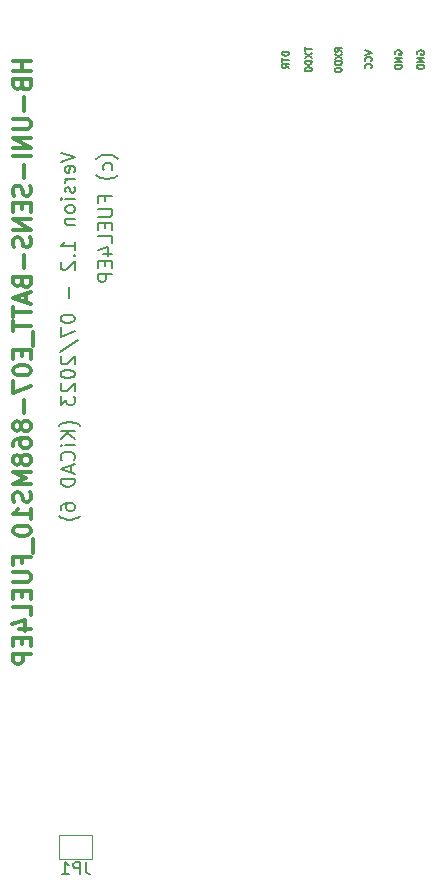
<source format=gbr>
%TF.GenerationSoftware,KiCad,Pcbnew,6.0.11-2627ca5db0~126~ubuntu22.04.1*%
%TF.CreationDate,2023-07-24T11:19:01+02:00*%
%TF.ProjectId,HB-UNI-SEN-BATT_E07-868MS10_FUEL4EP,48422d55-4e49-42d5-9345-4e2d42415454,1.2*%
%TF.SameCoordinates,Original*%
%TF.FileFunction,Legend,Bot*%
%TF.FilePolarity,Positive*%
%FSLAX46Y46*%
G04 Gerber Fmt 4.6, Leading zero omitted, Abs format (unit mm)*
G04 Created by KiCad (PCBNEW 6.0.11-2627ca5db0~126~ubuntu22.04.1) date 2023-07-24 11:19:01*
%MOMM*%
%LPD*%
G01*
G04 APERTURE LIST*
%ADD10C,0.200000*%
%ADD11C,0.300000*%
%ADD12C,0.150000*%
%ADD13C,0.120000*%
%ADD14R,1.000000X1.500000*%
%ADD15C,1.800000*%
%ADD16R,1.800000X1.800000*%
%ADD17O,1.700000X1.700000*%
%ADD18R,1.700000X1.700000*%
%ADD19R,2.000000X2.000000*%
%ADD20C,2.000000*%
%ADD21C,2.640000*%
%ADD22C,1.200000*%
%ADD23R,1.200000X1.200000*%
%ADD24O,1.600000X1.600000*%
%ADD25C,1.600000*%
%ADD26O,1.717500X1.800000*%
%ADD27R,1.717500X1.800000*%
%ADD28C,1.000000*%
%ADD29C,3.000000*%
%ADD30C,0.700000*%
%ADD31C,4.400000*%
%ADD32O,1.350000X1.350000*%
%ADD33R,1.350000X1.350000*%
G04 APERTURE END LIST*
D10*
X13395000Y-13928571D02*
X13337857Y-13871428D01*
X13166428Y-13757142D01*
X13052142Y-13700000D01*
X12880714Y-13642857D01*
X12595000Y-13585714D01*
X12366428Y-13585714D01*
X12080714Y-13642857D01*
X11909285Y-13700000D01*
X11795000Y-13757142D01*
X11623571Y-13871428D01*
X11566428Y-13928571D01*
X12880714Y-14900000D02*
X12937857Y-14785714D01*
X12937857Y-14557142D01*
X12880714Y-14442857D01*
X12823571Y-14385714D01*
X12709285Y-14328571D01*
X12366428Y-14328571D01*
X12252142Y-14385714D01*
X12195000Y-14442857D01*
X12137857Y-14557142D01*
X12137857Y-14785714D01*
X12195000Y-14900000D01*
X13395000Y-15300000D02*
X13337857Y-15357142D01*
X13166428Y-15471428D01*
X13052142Y-15528571D01*
X12880714Y-15585714D01*
X12595000Y-15642857D01*
X12366428Y-15642857D01*
X12080714Y-15585714D01*
X11909285Y-15528571D01*
X11795000Y-15471428D01*
X11623571Y-15357142D01*
X11566428Y-15300000D01*
X12309285Y-17528571D02*
X12309285Y-17128571D01*
X12937857Y-17128571D02*
X11737857Y-17128571D01*
X11737857Y-17700000D01*
X11737857Y-18157142D02*
X12709285Y-18157142D01*
X12823571Y-18214285D01*
X12880714Y-18271428D01*
X12937857Y-18385714D01*
X12937857Y-18614285D01*
X12880714Y-18728571D01*
X12823571Y-18785714D01*
X12709285Y-18842857D01*
X11737857Y-18842857D01*
X12309285Y-19414285D02*
X12309285Y-19814285D01*
X12937857Y-19985714D02*
X12937857Y-19414285D01*
X11737857Y-19414285D01*
X11737857Y-19985714D01*
X12937857Y-21071428D02*
X12937857Y-20500000D01*
X11737857Y-20500000D01*
X12137857Y-21985714D02*
X12937857Y-21985714D01*
X11680714Y-21700000D02*
X12537857Y-21414285D01*
X12537857Y-22157142D01*
X12309285Y-22614285D02*
X12309285Y-23014285D01*
X12937857Y-23185714D02*
X12937857Y-22614285D01*
X11737857Y-22614285D01*
X11737857Y-23185714D01*
X12937857Y-23700000D02*
X11737857Y-23700000D01*
X11737857Y-24157142D01*
X11795000Y-24271428D01*
X11852142Y-24328571D01*
X11966428Y-24385714D01*
X12137857Y-24385714D01*
X12252142Y-24328571D01*
X12309285Y-24271428D01*
X12366428Y-24157142D01*
X12366428Y-23700000D01*
D11*
X6049471Y-5644942D02*
X4549471Y-5644942D01*
X5263757Y-5644942D02*
X5263757Y-6502085D01*
X6049471Y-6502085D02*
X4549471Y-6502085D01*
X5263757Y-7716371D02*
X5335185Y-7930657D01*
X5406614Y-8002085D01*
X5549471Y-8073514D01*
X5763757Y-8073514D01*
X5906614Y-8002085D01*
X5978042Y-7930657D01*
X6049471Y-7787800D01*
X6049471Y-7216371D01*
X4549471Y-7216371D01*
X4549471Y-7716371D01*
X4620900Y-7859228D01*
X4692328Y-7930657D01*
X4835185Y-8002085D01*
X4978042Y-8002085D01*
X5120900Y-7930657D01*
X5192328Y-7859228D01*
X5263757Y-7716371D01*
X5263757Y-7216371D01*
X5478042Y-8716371D02*
X5478042Y-9859228D01*
X4549471Y-10573514D02*
X5763757Y-10573514D01*
X5906614Y-10644942D01*
X5978042Y-10716371D01*
X6049471Y-10859228D01*
X6049471Y-11144942D01*
X5978042Y-11287800D01*
X5906614Y-11359228D01*
X5763757Y-11430657D01*
X4549471Y-11430657D01*
X6049471Y-12144942D02*
X4549471Y-12144942D01*
X6049471Y-13002085D01*
X4549471Y-13002085D01*
X6049471Y-13716371D02*
X4549471Y-13716371D01*
X5478042Y-14430657D02*
X5478042Y-15573514D01*
X5978042Y-16216371D02*
X6049471Y-16430657D01*
X6049471Y-16787800D01*
X5978042Y-16930657D01*
X5906614Y-17002085D01*
X5763757Y-17073514D01*
X5620900Y-17073514D01*
X5478042Y-17002085D01*
X5406614Y-16930657D01*
X5335185Y-16787800D01*
X5263757Y-16502085D01*
X5192328Y-16359228D01*
X5120900Y-16287800D01*
X4978042Y-16216371D01*
X4835185Y-16216371D01*
X4692328Y-16287800D01*
X4620900Y-16359228D01*
X4549471Y-16502085D01*
X4549471Y-16859228D01*
X4620900Y-17073514D01*
X5263757Y-17716371D02*
X5263757Y-18216371D01*
X6049471Y-18430657D02*
X6049471Y-17716371D01*
X4549471Y-17716371D01*
X4549471Y-18430657D01*
X6049471Y-19073514D02*
X4549471Y-19073514D01*
X6049471Y-19930657D01*
X4549471Y-19930657D01*
X5978042Y-20573514D02*
X6049471Y-20787800D01*
X6049471Y-21144942D01*
X5978042Y-21287800D01*
X5906614Y-21359228D01*
X5763757Y-21430657D01*
X5620900Y-21430657D01*
X5478042Y-21359228D01*
X5406614Y-21287800D01*
X5335185Y-21144942D01*
X5263757Y-20859228D01*
X5192328Y-20716371D01*
X5120900Y-20644942D01*
X4978042Y-20573514D01*
X4835185Y-20573514D01*
X4692328Y-20644942D01*
X4620900Y-20716371D01*
X4549471Y-20859228D01*
X4549471Y-21216371D01*
X4620900Y-21430657D01*
X5478042Y-22073514D02*
X5478042Y-23216371D01*
X5263757Y-24430657D02*
X5335185Y-24644942D01*
X5406614Y-24716371D01*
X5549471Y-24787800D01*
X5763757Y-24787800D01*
X5906614Y-24716371D01*
X5978042Y-24644942D01*
X6049471Y-24502085D01*
X6049471Y-23930657D01*
X4549471Y-23930657D01*
X4549471Y-24430657D01*
X4620900Y-24573514D01*
X4692328Y-24644942D01*
X4835185Y-24716371D01*
X4978042Y-24716371D01*
X5120900Y-24644942D01*
X5192328Y-24573514D01*
X5263757Y-24430657D01*
X5263757Y-23930657D01*
X5620900Y-25359228D02*
X5620900Y-26073514D01*
X6049471Y-25216371D02*
X4549471Y-25716371D01*
X6049471Y-26216371D01*
X4549471Y-26502085D02*
X4549471Y-27359228D01*
X6049471Y-26930657D02*
X4549471Y-26930657D01*
X4549471Y-27644942D02*
X4549471Y-28502085D01*
X6049471Y-28073514D02*
X4549471Y-28073514D01*
X6192328Y-28644942D02*
X6192328Y-29787800D01*
X5263757Y-30144942D02*
X5263757Y-30644942D01*
X6049471Y-30859228D02*
X6049471Y-30144942D01*
X4549471Y-30144942D01*
X4549471Y-30859228D01*
X4549471Y-31787800D02*
X4549471Y-31930657D01*
X4620900Y-32073514D01*
X4692328Y-32144942D01*
X4835185Y-32216371D01*
X5120900Y-32287800D01*
X5478042Y-32287800D01*
X5763757Y-32216371D01*
X5906614Y-32144942D01*
X5978042Y-32073514D01*
X6049471Y-31930657D01*
X6049471Y-31787800D01*
X5978042Y-31644942D01*
X5906614Y-31573514D01*
X5763757Y-31502085D01*
X5478042Y-31430657D01*
X5120900Y-31430657D01*
X4835185Y-31502085D01*
X4692328Y-31573514D01*
X4620900Y-31644942D01*
X4549471Y-31787800D01*
X4549471Y-32787800D02*
X4549471Y-33787800D01*
X6049471Y-33144942D01*
X5478042Y-34359228D02*
X5478042Y-35502085D01*
X5192328Y-36430657D02*
X5120900Y-36287800D01*
X5049471Y-36216371D01*
X4906614Y-36144942D01*
X4835185Y-36144942D01*
X4692328Y-36216371D01*
X4620900Y-36287800D01*
X4549471Y-36430657D01*
X4549471Y-36716371D01*
X4620900Y-36859228D01*
X4692328Y-36930657D01*
X4835185Y-37002085D01*
X4906614Y-37002085D01*
X5049471Y-36930657D01*
X5120900Y-36859228D01*
X5192328Y-36716371D01*
X5192328Y-36430657D01*
X5263757Y-36287800D01*
X5335185Y-36216371D01*
X5478042Y-36144942D01*
X5763757Y-36144942D01*
X5906614Y-36216371D01*
X5978042Y-36287800D01*
X6049471Y-36430657D01*
X6049471Y-36716371D01*
X5978042Y-36859228D01*
X5906614Y-36930657D01*
X5763757Y-37002085D01*
X5478042Y-37002085D01*
X5335185Y-36930657D01*
X5263757Y-36859228D01*
X5192328Y-36716371D01*
X4549471Y-38287800D02*
X4549471Y-38002085D01*
X4620900Y-37859228D01*
X4692328Y-37787800D01*
X4906614Y-37644942D01*
X5192328Y-37573514D01*
X5763757Y-37573514D01*
X5906614Y-37644942D01*
X5978042Y-37716371D01*
X6049471Y-37859228D01*
X6049471Y-38144942D01*
X5978042Y-38287800D01*
X5906614Y-38359228D01*
X5763757Y-38430657D01*
X5406614Y-38430657D01*
X5263757Y-38359228D01*
X5192328Y-38287800D01*
X5120900Y-38144942D01*
X5120900Y-37859228D01*
X5192328Y-37716371D01*
X5263757Y-37644942D01*
X5406614Y-37573514D01*
X5192328Y-39287800D02*
X5120900Y-39144942D01*
X5049471Y-39073514D01*
X4906614Y-39002085D01*
X4835185Y-39002085D01*
X4692328Y-39073514D01*
X4620900Y-39144942D01*
X4549471Y-39287800D01*
X4549471Y-39573514D01*
X4620900Y-39716371D01*
X4692328Y-39787800D01*
X4835185Y-39859228D01*
X4906614Y-39859228D01*
X5049471Y-39787800D01*
X5120900Y-39716371D01*
X5192328Y-39573514D01*
X5192328Y-39287800D01*
X5263757Y-39144942D01*
X5335185Y-39073514D01*
X5478042Y-39002085D01*
X5763757Y-39002085D01*
X5906614Y-39073514D01*
X5978042Y-39144942D01*
X6049471Y-39287800D01*
X6049471Y-39573514D01*
X5978042Y-39716371D01*
X5906614Y-39787800D01*
X5763757Y-39859228D01*
X5478042Y-39859228D01*
X5335185Y-39787800D01*
X5263757Y-39716371D01*
X5192328Y-39573514D01*
X6049471Y-40502085D02*
X4549471Y-40502085D01*
X5620900Y-41002085D01*
X4549471Y-41502085D01*
X6049471Y-41502085D01*
X5978042Y-42144942D02*
X6049471Y-42359228D01*
X6049471Y-42716371D01*
X5978042Y-42859228D01*
X5906614Y-42930657D01*
X5763757Y-43002085D01*
X5620900Y-43002085D01*
X5478042Y-42930657D01*
X5406614Y-42859228D01*
X5335185Y-42716371D01*
X5263757Y-42430657D01*
X5192328Y-42287800D01*
X5120900Y-42216371D01*
X4978042Y-42144942D01*
X4835185Y-42144942D01*
X4692328Y-42216371D01*
X4620900Y-42287800D01*
X4549471Y-42430657D01*
X4549471Y-42787800D01*
X4620900Y-43002085D01*
X6049471Y-44430657D02*
X6049471Y-43573514D01*
X6049471Y-44002085D02*
X4549471Y-44002085D01*
X4763757Y-43859228D01*
X4906614Y-43716371D01*
X4978042Y-43573514D01*
X4549471Y-45359228D02*
X4549471Y-45502085D01*
X4620900Y-45644942D01*
X4692328Y-45716371D01*
X4835185Y-45787800D01*
X5120900Y-45859228D01*
X5478042Y-45859228D01*
X5763757Y-45787800D01*
X5906614Y-45716371D01*
X5978042Y-45644942D01*
X6049471Y-45502085D01*
X6049471Y-45359228D01*
X5978042Y-45216371D01*
X5906614Y-45144942D01*
X5763757Y-45073514D01*
X5478042Y-45002085D01*
X5120900Y-45002085D01*
X4835185Y-45073514D01*
X4692328Y-45144942D01*
X4620900Y-45216371D01*
X4549471Y-45359228D01*
X6192328Y-46144942D02*
X6192328Y-47287800D01*
X5263757Y-48144942D02*
X5263757Y-47644942D01*
X6049471Y-47644942D02*
X4549471Y-47644942D01*
X4549471Y-48359228D01*
X4549471Y-48930657D02*
X5763757Y-48930657D01*
X5906614Y-49002085D01*
X5978042Y-49073514D01*
X6049471Y-49216371D01*
X6049471Y-49502085D01*
X5978042Y-49644942D01*
X5906614Y-49716371D01*
X5763757Y-49787800D01*
X4549471Y-49787800D01*
X5263757Y-50502085D02*
X5263757Y-51002085D01*
X6049471Y-51216371D02*
X6049471Y-50502085D01*
X4549471Y-50502085D01*
X4549471Y-51216371D01*
X6049471Y-52573514D02*
X6049471Y-51859228D01*
X4549471Y-51859228D01*
X5049471Y-53716371D02*
X6049471Y-53716371D01*
X4478042Y-53359228D02*
X5549471Y-53002085D01*
X5549471Y-53930657D01*
X5263757Y-54502085D02*
X5263757Y-55002085D01*
X6049471Y-55216371D02*
X6049471Y-54502085D01*
X4549471Y-54502085D01*
X4549471Y-55216371D01*
X6049471Y-55859228D02*
X4549471Y-55859228D01*
X4549471Y-56430657D01*
X4620900Y-56573514D01*
X4692328Y-56644942D01*
X4835185Y-56716371D01*
X5049471Y-56716371D01*
X5192328Y-56644942D01*
X5263757Y-56573514D01*
X5335185Y-56430657D01*
X5335185Y-55859228D01*
D10*
X8562857Y-13414285D02*
X9762857Y-13814285D01*
X8562857Y-14214285D01*
X9705714Y-15071428D02*
X9762857Y-14957142D01*
X9762857Y-14728571D01*
X9705714Y-14614285D01*
X9591428Y-14557142D01*
X9134285Y-14557142D01*
X9020000Y-14614285D01*
X8962857Y-14728571D01*
X8962857Y-14957142D01*
X9020000Y-15071428D01*
X9134285Y-15128571D01*
X9248571Y-15128571D01*
X9362857Y-14557142D01*
X9762857Y-15642857D02*
X8962857Y-15642857D01*
X9191428Y-15642857D02*
X9077142Y-15700000D01*
X9020000Y-15757142D01*
X8962857Y-15871428D01*
X8962857Y-15985714D01*
X9705714Y-16328571D02*
X9762857Y-16442857D01*
X9762857Y-16671428D01*
X9705714Y-16785714D01*
X9591428Y-16842857D01*
X9534285Y-16842857D01*
X9420000Y-16785714D01*
X9362857Y-16671428D01*
X9362857Y-16500000D01*
X9305714Y-16385714D01*
X9191428Y-16328571D01*
X9134285Y-16328571D01*
X9020000Y-16385714D01*
X8962857Y-16500000D01*
X8962857Y-16671428D01*
X9020000Y-16785714D01*
X9762857Y-17357142D02*
X8962857Y-17357142D01*
X8562857Y-17357142D02*
X8620000Y-17300000D01*
X8677142Y-17357142D01*
X8620000Y-17414285D01*
X8562857Y-17357142D01*
X8677142Y-17357142D01*
X9762857Y-18100000D02*
X9705714Y-17985714D01*
X9648571Y-17928571D01*
X9534285Y-17871428D01*
X9191428Y-17871428D01*
X9077142Y-17928571D01*
X9020000Y-17985714D01*
X8962857Y-18100000D01*
X8962857Y-18271428D01*
X9020000Y-18385714D01*
X9077142Y-18442857D01*
X9191428Y-18500000D01*
X9534285Y-18500000D01*
X9648571Y-18442857D01*
X9705714Y-18385714D01*
X9762857Y-18271428D01*
X9762857Y-18100000D01*
X8962857Y-19014285D02*
X9762857Y-19014285D01*
X9077142Y-19014285D02*
X9020000Y-19071428D01*
X8962857Y-19185714D01*
X8962857Y-19357142D01*
X9020000Y-19471428D01*
X9134285Y-19528571D01*
X9762857Y-19528571D01*
X9762857Y-21642857D02*
X9762857Y-20957142D01*
X9762857Y-21300000D02*
X8562857Y-21300000D01*
X8734285Y-21185714D01*
X8848571Y-21071428D01*
X8905714Y-20957142D01*
X9648571Y-22157142D02*
X9705714Y-22214285D01*
X9762857Y-22157142D01*
X9705714Y-22100000D01*
X9648571Y-22157142D01*
X9762857Y-22157142D01*
X8677142Y-22671428D02*
X8620000Y-22728571D01*
X8562857Y-22842857D01*
X8562857Y-23128571D01*
X8620000Y-23242857D01*
X8677142Y-23300000D01*
X8791428Y-23357142D01*
X8905714Y-23357142D01*
X9077142Y-23300000D01*
X9762857Y-22614285D01*
X9762857Y-23357142D01*
X9305714Y-24785714D02*
X9305714Y-25700000D01*
X8562857Y-27414285D02*
X8562857Y-27528571D01*
X8620000Y-27642857D01*
X8677142Y-27700000D01*
X8791428Y-27757142D01*
X9020000Y-27814285D01*
X9305714Y-27814285D01*
X9534285Y-27757142D01*
X9648571Y-27700000D01*
X9705714Y-27642857D01*
X9762857Y-27528571D01*
X9762857Y-27414285D01*
X9705714Y-27300000D01*
X9648571Y-27242857D01*
X9534285Y-27185714D01*
X9305714Y-27128571D01*
X9020000Y-27128571D01*
X8791428Y-27185714D01*
X8677142Y-27242857D01*
X8620000Y-27300000D01*
X8562857Y-27414285D01*
X8562857Y-28214285D02*
X8562857Y-29014285D01*
X9762857Y-28499999D01*
X8505714Y-30328571D02*
X10048571Y-29299999D01*
X8677142Y-30671428D02*
X8620000Y-30728571D01*
X8562857Y-30842857D01*
X8562857Y-31128571D01*
X8620000Y-31242857D01*
X8677142Y-31299999D01*
X8791428Y-31357142D01*
X8905714Y-31357142D01*
X9077142Y-31299999D01*
X9762857Y-30614285D01*
X9762857Y-31357142D01*
X8562857Y-32099999D02*
X8562857Y-32214285D01*
X8620000Y-32328571D01*
X8677142Y-32385714D01*
X8791428Y-32442857D01*
X9020000Y-32499999D01*
X9305714Y-32499999D01*
X9534285Y-32442857D01*
X9648571Y-32385714D01*
X9705714Y-32328571D01*
X9762857Y-32214285D01*
X9762857Y-32099999D01*
X9705714Y-31985714D01*
X9648571Y-31928571D01*
X9534285Y-31871428D01*
X9305714Y-31814285D01*
X9020000Y-31814285D01*
X8791428Y-31871428D01*
X8677142Y-31928571D01*
X8620000Y-31985714D01*
X8562857Y-32099999D01*
X8677142Y-32957142D02*
X8620000Y-33014285D01*
X8562857Y-33128571D01*
X8562857Y-33414285D01*
X8620000Y-33528571D01*
X8677142Y-33585714D01*
X8791428Y-33642857D01*
X8905714Y-33642857D01*
X9077142Y-33585714D01*
X9762857Y-32899999D01*
X9762857Y-33642857D01*
X8562857Y-34042857D02*
X8562857Y-34785714D01*
X9020000Y-34385714D01*
X9020000Y-34557142D01*
X9077142Y-34671428D01*
X9134285Y-34728571D01*
X9248571Y-34785714D01*
X9534285Y-34785714D01*
X9648571Y-34728571D01*
X9705714Y-34671428D01*
X9762857Y-34557142D01*
X9762857Y-34214285D01*
X9705714Y-34099999D01*
X9648571Y-34042857D01*
X10220000Y-36557142D02*
X10162857Y-36499999D01*
X9991428Y-36385714D01*
X9877142Y-36328571D01*
X9705714Y-36271428D01*
X9420000Y-36214285D01*
X9191428Y-36214285D01*
X8905714Y-36271428D01*
X8734285Y-36328571D01*
X8620000Y-36385714D01*
X8448571Y-36499999D01*
X8391428Y-36557142D01*
X9762857Y-37014285D02*
X8562857Y-37014285D01*
X9762857Y-37699999D02*
X9077142Y-37185714D01*
X8562857Y-37699999D02*
X9248571Y-37014285D01*
X9762857Y-38214285D02*
X8962857Y-38214285D01*
X8562857Y-38214285D02*
X8620000Y-38157142D01*
X8677142Y-38214285D01*
X8620000Y-38271428D01*
X8562857Y-38214285D01*
X8677142Y-38214285D01*
X9648571Y-39471428D02*
X9705714Y-39414285D01*
X9762857Y-39242857D01*
X9762857Y-39128571D01*
X9705714Y-38957142D01*
X9591428Y-38842857D01*
X9477142Y-38785714D01*
X9248571Y-38728571D01*
X9077142Y-38728571D01*
X8848571Y-38785714D01*
X8734285Y-38842857D01*
X8620000Y-38957142D01*
X8562857Y-39128571D01*
X8562857Y-39242857D01*
X8620000Y-39414285D01*
X8677142Y-39471428D01*
X9420000Y-39928571D02*
X9420000Y-40499999D01*
X9762857Y-39814285D02*
X8562857Y-40214285D01*
X9762857Y-40614285D01*
X9762857Y-41014285D02*
X8562857Y-41014285D01*
X8562857Y-41299999D01*
X8620000Y-41471428D01*
X8734285Y-41585714D01*
X8848571Y-41642857D01*
X9077142Y-41699999D01*
X9248571Y-41699999D01*
X9477142Y-41642857D01*
X9591428Y-41585714D01*
X9705714Y-41471428D01*
X9762857Y-41299999D01*
X9762857Y-41014285D01*
X8562857Y-43642857D02*
X8562857Y-43414285D01*
X8620000Y-43299999D01*
X8677142Y-43242857D01*
X8848571Y-43128571D01*
X9077142Y-43071428D01*
X9534285Y-43071428D01*
X9648571Y-43128571D01*
X9705714Y-43185714D01*
X9762857Y-43299999D01*
X9762857Y-43528571D01*
X9705714Y-43642857D01*
X9648571Y-43699999D01*
X9534285Y-43757142D01*
X9248571Y-43757142D01*
X9134285Y-43699999D01*
X9077142Y-43642857D01*
X9020000Y-43528571D01*
X9020000Y-43299999D01*
X9077142Y-43185714D01*
X9134285Y-43128571D01*
X9248571Y-43071428D01*
X10220000Y-44157142D02*
X10162857Y-44214285D01*
X9991428Y-44328571D01*
X9877142Y-44385714D01*
X9705714Y-44442857D01*
X9420000Y-44499999D01*
X9191428Y-44499999D01*
X8905714Y-44442857D01*
X8734285Y-44385714D01*
X8620000Y-44328571D01*
X8448571Y-44214285D01*
X8391428Y-44157142D01*
D12*
%TO.C,JP1*%
X10683333Y-73477380D02*
X10683333Y-74191666D01*
X10730952Y-74334523D01*
X10826190Y-74429761D01*
X10969047Y-74477380D01*
X11064285Y-74477380D01*
X10207142Y-74477380D02*
X10207142Y-73477380D01*
X9826190Y-73477380D01*
X9730952Y-73525000D01*
X9683333Y-73572619D01*
X9635714Y-73667857D01*
X9635714Y-73810714D01*
X9683333Y-73905952D01*
X9730952Y-73953571D01*
X9826190Y-74001190D01*
X10207142Y-74001190D01*
X8683333Y-74477380D02*
X9254761Y-74477380D01*
X8969047Y-74477380D02*
X8969047Y-73477380D01*
X9064285Y-73620238D01*
X9159523Y-73715476D01*
X9254761Y-73763095D01*
%TO.C,Module2*%
X27906428Y-4864285D02*
X27306428Y-4864285D01*
X27306428Y-5007142D01*
X27335000Y-5092857D01*
X27392142Y-5150000D01*
X27449285Y-5178571D01*
X27563571Y-5207142D01*
X27649285Y-5207142D01*
X27763571Y-5178571D01*
X27820714Y-5150000D01*
X27877857Y-5092857D01*
X27906428Y-5007142D01*
X27906428Y-4864285D01*
X27306428Y-5378571D02*
X27306428Y-5721428D01*
X27906428Y-5550000D02*
X27306428Y-5550000D01*
X27906428Y-6264285D02*
X27620714Y-6064285D01*
X27906428Y-5921428D02*
X27306428Y-5921428D01*
X27306428Y-6150000D01*
X27335000Y-6207142D01*
X27363571Y-6235714D01*
X27420714Y-6264285D01*
X27506428Y-6264285D01*
X27563571Y-6235714D01*
X27592142Y-6207142D01*
X27620714Y-6150000D01*
X27620714Y-5921428D01*
X29211428Y-4507142D02*
X29211428Y-4850000D01*
X29811428Y-4678571D02*
X29211428Y-4678571D01*
X29211428Y-4992857D02*
X29811428Y-5392857D01*
X29211428Y-5392857D02*
X29811428Y-4992857D01*
X29811428Y-5621428D02*
X29211428Y-5621428D01*
X29211428Y-5764285D01*
X29240000Y-5850000D01*
X29297142Y-5907142D01*
X29354285Y-5935714D01*
X29468571Y-5964285D01*
X29554285Y-5964285D01*
X29668571Y-5935714D01*
X29725714Y-5907142D01*
X29782857Y-5850000D01*
X29811428Y-5764285D01*
X29811428Y-5621428D01*
X29211428Y-6335714D02*
X29211428Y-6392857D01*
X29240000Y-6450000D01*
X29268571Y-6478571D01*
X29325714Y-6507142D01*
X29440000Y-6535714D01*
X29582857Y-6535714D01*
X29697142Y-6507142D01*
X29754285Y-6478571D01*
X29782857Y-6450000D01*
X29811428Y-6392857D01*
X29811428Y-6335714D01*
X29782857Y-6278571D01*
X29754285Y-6250000D01*
X29697142Y-6221428D01*
X29582857Y-6192857D01*
X29440000Y-6192857D01*
X29325714Y-6221428D01*
X29268571Y-6250000D01*
X29240000Y-6278571D01*
X29211428Y-6335714D01*
X32351428Y-4864285D02*
X32065714Y-4664285D01*
X32351428Y-4521428D02*
X31751428Y-4521428D01*
X31751428Y-4750000D01*
X31780000Y-4807142D01*
X31808571Y-4835714D01*
X31865714Y-4864285D01*
X31951428Y-4864285D01*
X32008571Y-4835714D01*
X32037142Y-4807142D01*
X32065714Y-4750000D01*
X32065714Y-4521428D01*
X31751428Y-5064285D02*
X32351428Y-5464285D01*
X31751428Y-5464285D02*
X32351428Y-5064285D01*
X32351428Y-5692857D02*
X31751428Y-5692857D01*
X31751428Y-5835714D01*
X31780000Y-5921428D01*
X31837142Y-5978571D01*
X31894285Y-6007142D01*
X32008571Y-6035714D01*
X32094285Y-6035714D01*
X32208571Y-6007142D01*
X32265714Y-5978571D01*
X32322857Y-5921428D01*
X32351428Y-5835714D01*
X32351428Y-5692857D01*
X31751428Y-6407142D02*
X31751428Y-6464285D01*
X31780000Y-6521428D01*
X31808571Y-6550000D01*
X31865714Y-6578571D01*
X31980000Y-6607142D01*
X32122857Y-6607142D01*
X32237142Y-6578571D01*
X32294285Y-6550000D01*
X32322857Y-6521428D01*
X32351428Y-6464285D01*
X32351428Y-6407142D01*
X32322857Y-6350000D01*
X32294285Y-6321428D01*
X32237142Y-6292857D01*
X32122857Y-6264285D01*
X31980000Y-6264285D01*
X31865714Y-6292857D01*
X31808571Y-6321428D01*
X31780000Y-6350000D01*
X31751428Y-6407142D01*
X34291428Y-4750000D02*
X34891428Y-4950000D01*
X34291428Y-5150000D01*
X34834285Y-5692857D02*
X34862857Y-5664285D01*
X34891428Y-5578571D01*
X34891428Y-5521428D01*
X34862857Y-5435714D01*
X34805714Y-5378571D01*
X34748571Y-5350000D01*
X34634285Y-5321428D01*
X34548571Y-5321428D01*
X34434285Y-5350000D01*
X34377142Y-5378571D01*
X34320000Y-5435714D01*
X34291428Y-5521428D01*
X34291428Y-5578571D01*
X34320000Y-5664285D01*
X34348571Y-5692857D01*
X34834285Y-6292857D02*
X34862857Y-6264285D01*
X34891428Y-6178571D01*
X34891428Y-6121428D01*
X34862857Y-6035714D01*
X34805714Y-5978571D01*
X34748571Y-5950000D01*
X34634285Y-5921428D01*
X34548571Y-5921428D01*
X34434285Y-5950000D01*
X34377142Y-5978571D01*
X34320000Y-6035714D01*
X34291428Y-6121428D01*
X34291428Y-6178571D01*
X34320000Y-6264285D01*
X34348571Y-6292857D01*
X36860000Y-5092857D02*
X36831428Y-5035714D01*
X36831428Y-4950000D01*
X36860000Y-4864285D01*
X36917142Y-4807142D01*
X36974285Y-4778571D01*
X37088571Y-4750000D01*
X37174285Y-4750000D01*
X37288571Y-4778571D01*
X37345714Y-4807142D01*
X37402857Y-4864285D01*
X37431428Y-4950000D01*
X37431428Y-5007142D01*
X37402857Y-5092857D01*
X37374285Y-5121428D01*
X37174285Y-5121428D01*
X37174285Y-5007142D01*
X37431428Y-5378571D02*
X36831428Y-5378571D01*
X37431428Y-5721428D01*
X36831428Y-5721428D01*
X37431428Y-6007142D02*
X36831428Y-6007142D01*
X36831428Y-6150000D01*
X36860000Y-6235714D01*
X36917142Y-6292857D01*
X36974285Y-6321428D01*
X37088571Y-6350000D01*
X37174285Y-6350000D01*
X37288571Y-6321428D01*
X37345714Y-6292857D01*
X37402857Y-6235714D01*
X37431428Y-6150000D01*
X37431428Y-6007142D01*
X38765000Y-5092857D02*
X38736428Y-5035714D01*
X38736428Y-4950000D01*
X38765000Y-4864285D01*
X38822142Y-4807142D01*
X38879285Y-4778571D01*
X38993571Y-4750000D01*
X39079285Y-4750000D01*
X39193571Y-4778571D01*
X39250714Y-4807142D01*
X39307857Y-4864285D01*
X39336428Y-4950000D01*
X39336428Y-5007142D01*
X39307857Y-5092857D01*
X39279285Y-5121428D01*
X39079285Y-5121428D01*
X39079285Y-5007142D01*
X39336428Y-5378571D02*
X38736428Y-5378571D01*
X39336428Y-5721428D01*
X38736428Y-5721428D01*
X39336428Y-6007142D02*
X38736428Y-6007142D01*
X38736428Y-6150000D01*
X38765000Y-6235714D01*
X38822142Y-6292857D01*
X38879285Y-6321428D01*
X38993571Y-6350000D01*
X39079285Y-6350000D01*
X39193571Y-6321428D01*
X39250714Y-6292857D01*
X39307857Y-6235714D01*
X39336428Y-6150000D01*
X39336428Y-6007142D01*
D13*
%TO.C,JP1*%
X11250000Y-73225000D02*
X8450000Y-73225000D01*
X8450000Y-73225000D02*
X8450000Y-71225000D01*
X8450000Y-71225000D02*
X11250000Y-71225000D01*
X11250000Y-71225000D02*
X11250000Y-73225000D01*
D12*
%TO.C,Module2*%
X40335000Y-3010000D02*
G75*
G03*
X40335000Y-3010000I-635000J0D01*
G01*
X37795000Y-3010000D02*
G75*
G03*
X37795000Y-3010000I-635000J0D01*
G01*
X35255000Y-3010000D02*
G75*
G03*
X35255000Y-3010000I-635000J0D01*
G01*
X32715000Y-3010000D02*
G75*
G03*
X32715000Y-3010000I-635000J0D01*
G01*
X30175000Y-3010000D02*
G75*
G03*
X30175000Y-3010000I-635000J0D01*
G01*
X27635000Y-3010000D02*
G75*
G03*
X27635000Y-3010000I-635000J0D01*
G01*
%TD*%
D14*
%TO.C,JP1*%
X9200000Y-72225000D03*
X10500000Y-72225000D03*
%TD*%
%LPC*%
D15*
%TO.C,D1*%
X46050000Y-6820000D03*
D16*
X46050000Y-4280000D03*
%TD*%
D17*
%TO.C,J1*%
X47320000Y-39205000D03*
D18*
X47320000Y-36665000D03*
%TD*%
D17*
%TO.C,J2*%
X52400000Y-39205000D03*
D18*
X52400000Y-36665000D03*
%TD*%
D17*
%TO.C,J7*%
X35890000Y-63970000D03*
X35890000Y-66510000D03*
X35890000Y-69050000D03*
D18*
X35890000Y-71590000D03*
%TD*%
D19*
%TO.C,BT1*%
X64490000Y-9860000D03*
D20*
X64490000Y-61850000D03*
D21*
X58495000Y-59090000D03*
X70485000Y-12610000D03*
%TD*%
D17*
%TO.C,J3*%
X47320000Y-29680000D03*
D18*
X47320000Y-27140000D03*
%TD*%
D17*
%TO.C,J4*%
X52400000Y-29680000D03*
D18*
X52400000Y-27140000D03*
%TD*%
D17*
%TO.C,J5*%
X70180000Y-67780000D03*
X67640000Y-67780000D03*
X65100000Y-67780000D03*
X62560000Y-67780000D03*
X60020000Y-67780000D03*
D18*
X57480000Y-67780000D03*
%TD*%
D17*
%TO.C,J6*%
X25730000Y-63970000D03*
X25730000Y-66510000D03*
X25730000Y-69050000D03*
D18*
X25730000Y-71590000D03*
%TD*%
D22*
%TO.C,C1*%
X47955000Y-53405000D03*
D23*
X47955000Y-51905000D03*
%TD*%
D24*
%TO.C,R4*%
X51130000Y-48095000D03*
D25*
X51130000Y-45555000D03*
%TD*%
D24*
%TO.C,R5*%
X47320000Y-48095000D03*
D25*
X47320000Y-45555000D03*
%TD*%
D24*
%TO.C,R1*%
X46050000Y-12535000D03*
D25*
X46050000Y-9995000D03*
%TD*%
D24*
%TO.C,R3*%
X16840000Y-67780000D03*
D25*
X19380000Y-67780000D03*
%TD*%
D26*
%TO.C,Q1*%
X12530000Y-67780000D03*
X10240000Y-67780000D03*
D27*
X7950000Y-67780000D03*
%TD*%
D17*
%TO.C,J9*%
X51130000Y-63970000D03*
X51130000Y-66510000D03*
X51130000Y-69050000D03*
D18*
X51130000Y-71590000D03*
%TD*%
D17*
%TO.C,J10*%
X71069000Y-4343500D03*
X68529000Y-4343500D03*
D18*
X65989000Y-4343500D03*
%TD*%
D14*
%TO.C,JP1*%
X9200000Y-72225000D03*
X10500000Y-72225000D03*
%TD*%
D15*
%TO.C,Module2*%
X39700000Y-3010000D03*
X37160000Y-3010000D03*
X34620000Y-3010000D03*
X32080000Y-3010000D03*
X29540000Y-3010000D03*
X27000000Y-3010000D03*
X28270000Y-33490000D03*
X30810000Y-33490000D03*
X33350000Y-33490000D03*
X38430000Y-14440000D03*
X38430000Y-16980000D03*
X25730000Y-33490000D03*
X25730000Y-30950000D03*
X25730000Y-28410000D03*
X25730000Y-25870000D03*
X25730000Y-23330000D03*
X25730000Y-20790000D03*
X25730000Y-18250000D03*
X25730000Y-15710000D03*
X25730000Y-13170000D03*
X25730000Y-10630000D03*
X25730000Y-8090000D03*
X25730000Y-5550000D03*
X40970000Y-5550000D03*
X40970000Y-8090000D03*
X40970000Y-10630000D03*
X40970000Y-13170000D03*
X40970000Y-15710000D03*
X40970000Y-18250000D03*
X40970000Y-20790000D03*
X40970000Y-23330000D03*
X40970000Y-25870000D03*
X40970000Y-28410000D03*
X40970000Y-30950000D03*
X40970000Y-33490000D03*
X38430000Y-33490000D03*
X35890000Y-33490000D03*
X38430000Y-11900000D03*
X38430000Y-9360000D03*
%TD*%
D28*
%TO.C,Module1*%
X40260000Y-39310000D03*
X40260000Y-40580000D03*
X40260000Y-41850000D03*
X40260000Y-43120000D03*
X40260000Y-44390000D03*
X40260000Y-45660000D03*
X40260000Y-46930000D03*
D29*
X23800000Y-38470000D03*
D28*
X40260000Y-48200000D03*
X23800000Y-40750000D03*
%TD*%
D20*
%TO.C,SW1*%
X53185000Y-20845000D03*
X46685000Y-20845000D03*
X53185000Y-16345000D03*
X46685000Y-16345000D03*
%TD*%
D17*
%TO.C,J8*%
X40970000Y-63970000D03*
X40970000Y-66510000D03*
X40970000Y-69050000D03*
D18*
X40970000Y-71590000D03*
%TD*%
D30*
%TO.C,H2*%
X62272800Y-2977200D03*
X61000000Y-2450000D03*
X59727200Y-2977200D03*
X59200000Y-4250000D03*
X59727200Y-5522800D03*
X61000000Y-6050000D03*
X62272800Y-5522800D03*
X62800000Y-4250000D03*
D31*
X61000000Y-4250000D03*
%TD*%
D30*
%TO.C,H4*%
X62272800Y-71477200D03*
X61000000Y-70950000D03*
X59727200Y-71477200D03*
X59200000Y-72750000D03*
X59727200Y-74022800D03*
X61000000Y-74550000D03*
X62272800Y-74022800D03*
X62800000Y-72750000D03*
D31*
X61000000Y-72750000D03*
%TD*%
D30*
%TO.C,H1*%
X17272800Y-2977200D03*
X16000000Y-2450000D03*
X14727200Y-2977200D03*
X14200000Y-4250000D03*
X14727200Y-5522800D03*
X16000000Y-6050000D03*
X17272800Y-5522800D03*
X17800000Y-4250000D03*
D31*
X16000000Y-4250000D03*
%TD*%
D30*
%TO.C,H3*%
X17272800Y-71477200D03*
X16000000Y-70950000D03*
X14727200Y-71477200D03*
X14200000Y-72750000D03*
X14727200Y-74022800D03*
X16000000Y-74550000D03*
X17272800Y-74022800D03*
X17800000Y-72750000D03*
D31*
X16000000Y-72750000D03*
%TD*%
D32*
%TO.C,J11*%
X41901700Y-53670300D03*
X39901700Y-53670300D03*
X37901700Y-53670300D03*
X35901700Y-53670300D03*
X33901700Y-53670300D03*
X31901700Y-53670300D03*
X29901700Y-53670300D03*
D33*
X27901700Y-53670300D03*
%TD*%
D19*
%TO.C,BT2*%
X12420000Y-61900000D03*
D20*
X12420000Y-9910000D03*
D21*
X18415000Y-12670000D03*
X6425000Y-59150000D03*
%TD*%
M02*

</source>
